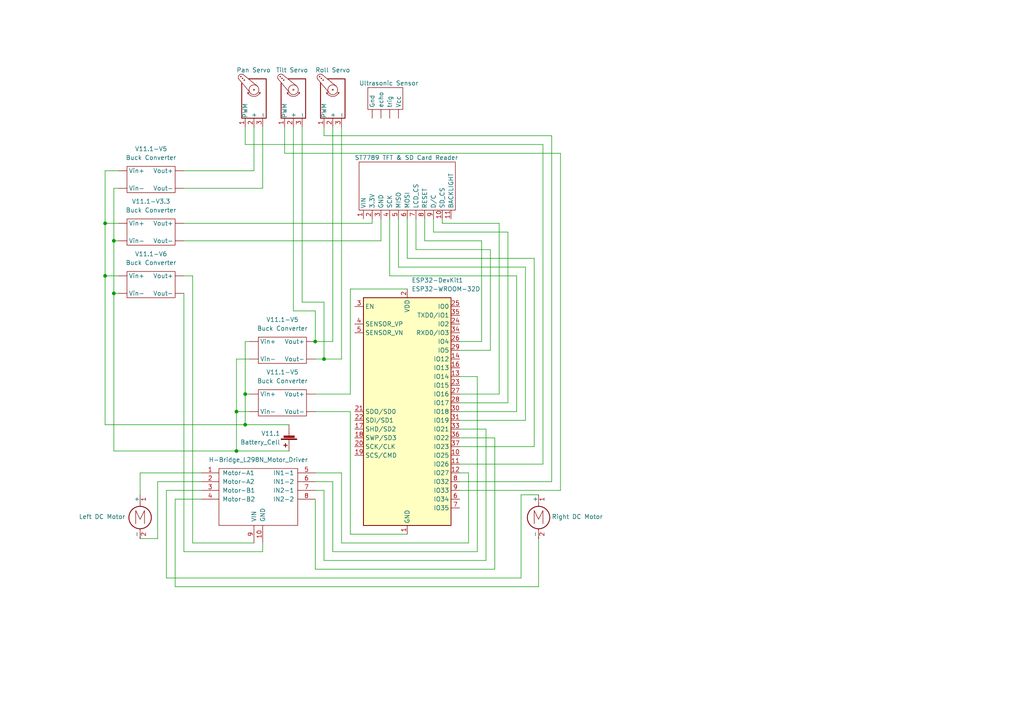
<source format=kicad_sch>
(kicad_sch (version 20211123) (generator eeschema)

  (uuid b41db70c-1c78-4e72-a76e-3aa4e38485c3)

  (paper "A4")

  (title_block
    (title "Edward's Parts")
    (date "2022-10-06")
  )

  (lib_symbols
    (symbol "Device:Battery_Cell" (pin_numbers hide) (pin_names (offset 0) hide) (in_bom yes) (on_board yes)
      (property "Reference" "BT" (id 0) (at 2.54 2.54 0)
        (effects (font (size 1.27 1.27)) (justify left))
      )
      (property "Value" "Battery_Cell" (id 1) (at 2.54 0 0)
        (effects (font (size 1.27 1.27)) (justify left))
      )
      (property "Footprint" "" (id 2) (at 0 1.524 90)
        (effects (font (size 1.27 1.27)) hide)
      )
      (property "Datasheet" "~" (id 3) (at 0 1.524 90)
        (effects (font (size 1.27 1.27)) hide)
      )
      (property "ki_keywords" "battery cell" (id 4) (at 0 0 0)
        (effects (font (size 1.27 1.27)) hide)
      )
      (property "ki_description" "Single-cell battery" (id 5) (at 0 0 0)
        (effects (font (size 1.27 1.27)) hide)
      )
      (symbol "Battery_Cell_0_1"
        (rectangle (start -2.286 1.778) (end 2.286 1.524)
          (stroke (width 0) (type default) (color 0 0 0 0))
          (fill (type outline))
        )
        (rectangle (start -1.5748 1.1938) (end 1.4732 0.6858)
          (stroke (width 0) (type default) (color 0 0 0 0))
          (fill (type outline))
        )
        (polyline
          (pts
            (xy 0 0.762)
            (xy 0 0)
          )
          (stroke (width 0) (type default) (color 0 0 0 0))
          (fill (type none))
        )
        (polyline
          (pts
            (xy 0 1.778)
            (xy 0 2.54)
          )
          (stroke (width 0) (type default) (color 0 0 0 0))
          (fill (type none))
        )
        (polyline
          (pts
            (xy 0.508 3.429)
            (xy 1.524 3.429)
          )
          (stroke (width 0.254) (type default) (color 0 0 0 0))
          (fill (type none))
        )
        (polyline
          (pts
            (xy 1.016 3.937)
            (xy 1.016 2.921)
          )
          (stroke (width 0.254) (type default) (color 0 0 0 0))
          (fill (type none))
        )
      )
      (symbol "Battery_Cell_1_1"
        (pin passive line (at 0 5.08 270) (length 2.54)
          (name "+" (effects (font (size 1.27 1.27))))
          (number "1" (effects (font (size 1.27 1.27))))
        )
        (pin passive line (at 0 -2.54 90) (length 2.54)
          (name "-" (effects (font (size 1.27 1.27))))
          (number "2" (effects (font (size 1.27 1.27))))
        )
      )
    )
    (symbol "LM3670MF_1" (in_bom yes) (on_board yes)
      (property "Reference" "U1" (id 0) (at 0 6.35 0)
        (effects (font (size 1.27 1.27)))
      )
      (property "Value" "Ultrasonic Sensor" (id 1) (at 0 3.81 0)
        (effects (font (size 1.27 1.27)))
      )
      (property "Footprint" "Package_TO_SOT_SMD:TSOT-23-5" (id 2) (at 1.27 -6.35 0)
        (effects (font (size 1.27 1.27)) (justify left) hide)
      )
      (property "Datasheet" "http://www.ti.com/lit/ds/symlink/lm3670.pdf" (id 3) (at -6.35 -8.89 0)
        (effects (font (size 1.27 1.27)) hide)
      )
      (property "ki_keywords" "DC-DC buck converter step down voltage regulator" (id 4) (at 0 0 0)
        (effects (font (size 1.27 1.27)) hide)
      )
      (property "ki_description" "Miniature Step-Down DC-DC Converter for Ultralow Voltage Circuits, 2.5V < Vin < 5.5V, adjustable output voltage, SOT-23-5" (id 5) (at 0 0 0)
        (effects (font (size 1.27 1.27)) hide)
      )
      (property "ki_fp_filters" "TSOT?23*" (id 6) (at 0 0 0)
        (effects (font (size 1.27 1.27)) hide)
      )
      (symbol "LM3670MF_1_0_1"
        (rectangle (start -5.08 2.54) (end 5.08 -3.81)
          (stroke (width 0) (type default) (color 0 0 0 0))
          (fill (type none))
        )
      )
      (symbol "LM3670MF_1_1_1"
        (pin input line (at -3.81 -6.35 90) (length 2.54)
          (name "Gnd" (effects (font (size 1.27 1.27))))
          (number "" (effects (font (size 1.27 1.27))))
        )
        (pin input line (at 3.81 -6.35 90) (length 2.54)
          (name "Vcc" (effects (font (size 1.27 1.27))))
          (number "" (effects (font (size 1.27 1.27))))
        )
        (pin output line (at -1.27 -6.35 90) (length 2.54)
          (name "echo" (effects (font (size 1.27 1.27))))
          (number "" (effects (font (size 1.27 1.27))))
        )
        (pin input line (at 1.27 -6.35 90) (length 2.54)
          (name "trig" (effects (font (size 1.27 1.27))))
          (number "" (effects (font (size 1.27 1.27))))
        )
      )
    )
    (symbol "Motor:Motor_DC" (pin_names (offset 0)) (in_bom yes) (on_board yes)
      (property "Reference" "M" (id 0) (at 2.54 2.54 0)
        (effects (font (size 1.27 1.27)) (justify left))
      )
      (property "Value" "Motor_DC" (id 1) (at 2.54 -5.08 0)
        (effects (font (size 1.27 1.27)) (justify left top))
      )
      (property "Footprint" "" (id 2) (at 0 -2.286 0)
        (effects (font (size 1.27 1.27)) hide)
      )
      (property "Datasheet" "~" (id 3) (at 0 -2.286 0)
        (effects (font (size 1.27 1.27)) hide)
      )
      (property "ki_keywords" "DC Motor" (id 4) (at 0 0 0)
        (effects (font (size 1.27 1.27)) hide)
      )
      (property "ki_description" "DC Motor" (id 5) (at 0 0 0)
        (effects (font (size 1.27 1.27)) hide)
      )
      (property "ki_fp_filters" "PinHeader*P2.54mm* TerminalBlock*" (id 6) (at 0 0 0)
        (effects (font (size 1.27 1.27)) hide)
      )
      (symbol "Motor_DC_0_0"
        (polyline
          (pts
            (xy -1.27 -3.302)
            (xy -1.27 0.508)
            (xy 0 -2.032)
            (xy 1.27 0.508)
            (xy 1.27 -3.302)
          )
          (stroke (width 0) (type default) (color 0 0 0 0))
          (fill (type none))
        )
      )
      (symbol "Motor_DC_0_1"
        (circle (center 0 -1.524) (radius 3.2512)
          (stroke (width 0.254) (type default) (color 0 0 0 0))
          (fill (type none))
        )
        (polyline
          (pts
            (xy 0 -7.62)
            (xy 0 -7.112)
          )
          (stroke (width 0) (type default) (color 0 0 0 0))
          (fill (type none))
        )
        (polyline
          (pts
            (xy 0 -4.7752)
            (xy 0 -5.1816)
          )
          (stroke (width 0) (type default) (color 0 0 0 0))
          (fill (type none))
        )
        (polyline
          (pts
            (xy 0 1.7272)
            (xy 0 2.0828)
          )
          (stroke (width 0) (type default) (color 0 0 0 0))
          (fill (type none))
        )
        (polyline
          (pts
            (xy 0 2.032)
            (xy 0 2.54)
          )
          (stroke (width 0) (type default) (color 0 0 0 0))
          (fill (type none))
        )
      )
      (symbol "Motor_DC_1_1"
        (pin passive line (at 0 5.08 270) (length 2.54)
          (name "+" (effects (font (size 1.27 1.27))))
          (number "1" (effects (font (size 1.27 1.27))))
        )
        (pin passive line (at 0 -7.62 90) (length 2.54)
          (name "-" (effects (font (size 1.27 1.27))))
          (number "2" (effects (font (size 1.27 1.27))))
        )
      )
    )
    (symbol "Motor:Motor_Servo" (pin_names (offset 0.0254)) (in_bom yes) (on_board yes)
      (property "Reference" "M" (id 0) (at -5.08 4.445 0)
        (effects (font (size 1.27 1.27)) (justify left))
      )
      (property "Value" "Motor_Servo" (id 1) (at -5.08 -4.064 0)
        (effects (font (size 1.27 1.27)) (justify left top))
      )
      (property "Footprint" "" (id 2) (at 0 -4.826 0)
        (effects (font (size 1.27 1.27)) hide)
      )
      (property "Datasheet" "http://forums.parallax.com/uploads/attachments/46831/74481.png" (id 3) (at 0 -4.826 0)
        (effects (font (size 1.27 1.27)) hide)
      )
      (property "ki_keywords" "Servo Motor" (id 4) (at 0 0 0)
        (effects (font (size 1.27 1.27)) hide)
      )
      (property "ki_description" "Servo Motor (Futaba, HiTec, JR connector)" (id 5) (at 0 0 0)
        (effects (font (size 1.27 1.27)) hide)
      )
      (property "ki_fp_filters" "PinHeader*P2.54mm*" (id 6) (at 0 0 0)
        (effects (font (size 1.27 1.27)) hide)
      )
      (symbol "Motor_Servo_0_1"
        (polyline
          (pts
            (xy 2.413 -1.778)
            (xy 2.032 -1.778)
          )
          (stroke (width 0) (type default) (color 0 0 0 0))
          (fill (type none))
        )
        (polyline
          (pts
            (xy 2.413 -1.778)
            (xy 2.286 -1.397)
          )
          (stroke (width 0) (type default) (color 0 0 0 0))
          (fill (type none))
        )
        (polyline
          (pts
            (xy 2.413 1.778)
            (xy 1.905 1.778)
          )
          (stroke (width 0) (type default) (color 0 0 0 0))
          (fill (type none))
        )
        (polyline
          (pts
            (xy 2.413 1.778)
            (xy 2.286 1.397)
          )
          (stroke (width 0) (type default) (color 0 0 0 0))
          (fill (type none))
        )
        (polyline
          (pts
            (xy 6.35 4.445)
            (xy 2.54 1.27)
          )
          (stroke (width 0) (type default) (color 0 0 0 0))
          (fill (type none))
        )
        (polyline
          (pts
            (xy 7.62 3.175)
            (xy 4.191 -1.016)
          )
          (stroke (width 0) (type default) (color 0 0 0 0))
          (fill (type none))
        )
        (polyline
          (pts
            (xy 5.08 3.556)
            (xy -5.08 3.556)
            (xy -5.08 -3.556)
            (xy 6.35 -3.556)
            (xy 6.35 1.524)
          )
          (stroke (width 0.254) (type default) (color 0 0 0 0))
          (fill (type none))
        )
        (arc (start 2.413 1.778) (mid 1.2406 0) (end 2.413 -1.778)
          (stroke (width 0) (type default) (color 0 0 0 0))
          (fill (type none))
        )
        (circle (center 3.175 0) (radius 0.1778)
          (stroke (width 0) (type default) (color 0 0 0 0))
          (fill (type none))
        )
        (circle (center 3.175 0) (radius 1.4224)
          (stroke (width 0) (type default) (color 0 0 0 0))
          (fill (type none))
        )
        (circle (center 5.969 2.794) (radius 0.127)
          (stroke (width 0) (type default) (color 0 0 0 0))
          (fill (type none))
        )
        (circle (center 6.477 3.302) (radius 0.127)
          (stroke (width 0) (type default) (color 0 0 0 0))
          (fill (type none))
        )
        (circle (center 6.985 3.81) (radius 0.127)
          (stroke (width 0) (type default) (color 0 0 0 0))
          (fill (type none))
        )
        (arc (start 7.62 3.175) (mid 7.4485 4.2735) (end 6.35 4.445)
          (stroke (width 0) (type default) (color 0 0 0 0))
          (fill (type none))
        )
      )
      (symbol "Motor_Servo_1_1"
        (pin passive line (at -7.62 2.54 0) (length 2.54)
          (name "PWM" (effects (font (size 1.27 1.27))))
          (number "1" (effects (font (size 1.27 1.27))))
        )
        (pin passive line (at -7.62 0 0) (length 2.54)
          (name "+" (effects (font (size 1.27 1.27))))
          (number "2" (effects (font (size 1.27 1.27))))
        )
        (pin passive line (at -7.62 -2.54 0) (length 2.54)
          (name "-" (effects (font (size 1.27 1.27))))
          (number "3" (effects (font (size 1.27 1.27))))
        )
      )
    )
    (symbol "RF_Module:ESP32-WROOM-32D" (in_bom yes) (on_board yes)
      (property "Reference" "U" (id 0) (at -12.7 34.29 0)
        (effects (font (size 1.27 1.27)) (justify left))
      )
      (property "Value" "ESP32-WROOM-32D" (id 1) (at 1.27 34.29 0)
        (effects (font (size 1.27 1.27)) (justify left))
      )
      (property "Footprint" "RF_Module:ESP32-WROOM-32" (id 2) (at 0 -38.1 0)
        (effects (font (size 1.27 1.27)) hide)
      )
      (property "Datasheet" "https://www.espressif.com/sites/default/files/documentation/esp32-wroom-32d_esp32-wroom-32u_datasheet_en.pdf" (id 3) (at -7.62 1.27 0)
        (effects (font (size 1.27 1.27)) hide)
      )
      (property "ki_keywords" "RF Radio BT ESP ESP32 Espressif onboard PCB antenna" (id 4) (at 0 0 0)
        (effects (font (size 1.27 1.27)) hide)
      )
      (property "ki_description" "RF Module, ESP32-D0WD SoC, Wi-Fi 802.11b/g/n, Bluetooth, BLE, 32-bit, 2.7-3.6V, onboard antenna, SMD" (id 5) (at 0 0 0)
        (effects (font (size 1.27 1.27)) hide)
      )
      (property "ki_fp_filters" "ESP32?WROOM?32*" (id 6) (at 0 0 0)
        (effects (font (size 1.27 1.27)) hide)
      )
      (symbol "ESP32-WROOM-32D_0_1"
        (rectangle (start -12.7 33.02) (end 12.7 -33.02)
          (stroke (width 0.254) (type default) (color 0 0 0 0))
          (fill (type background))
        )
      )
      (symbol "ESP32-WROOM-32D_1_1"
        (pin power_in line (at 0 -35.56 90) (length 2.54)
          (name "GND" (effects (font (size 1.27 1.27))))
          (number "1" (effects (font (size 1.27 1.27))))
        )
        (pin bidirectional line (at 15.24 -12.7 180) (length 2.54)
          (name "IO25" (effects (font (size 1.27 1.27))))
          (number "10" (effects (font (size 1.27 1.27))))
        )
        (pin bidirectional line (at 15.24 -15.24 180) (length 2.54)
          (name "IO26" (effects (font (size 1.27 1.27))))
          (number "11" (effects (font (size 1.27 1.27))))
        )
        (pin bidirectional line (at 15.24 -17.78 180) (length 2.54)
          (name "IO27" (effects (font (size 1.27 1.27))))
          (number "12" (effects (font (size 1.27 1.27))))
        )
        (pin bidirectional line (at 15.24 10.16 180) (length 2.54)
          (name "IO14" (effects (font (size 1.27 1.27))))
          (number "13" (effects (font (size 1.27 1.27))))
        )
        (pin bidirectional line (at 15.24 15.24 180) (length 2.54)
          (name "IO12" (effects (font (size 1.27 1.27))))
          (number "14" (effects (font (size 1.27 1.27))))
        )
        (pin passive line (at 0 -35.56 90) (length 2.54) hide
          (name "GND" (effects (font (size 1.27 1.27))))
          (number "15" (effects (font (size 1.27 1.27))))
        )
        (pin bidirectional line (at 15.24 12.7 180) (length 2.54)
          (name "IO13" (effects (font (size 1.27 1.27))))
          (number "16" (effects (font (size 1.27 1.27))))
        )
        (pin bidirectional line (at -15.24 -5.08 0) (length 2.54)
          (name "SHD/SD2" (effects (font (size 1.27 1.27))))
          (number "17" (effects (font (size 1.27 1.27))))
        )
        (pin bidirectional line (at -15.24 -7.62 0) (length 2.54)
          (name "SWP/SD3" (effects (font (size 1.27 1.27))))
          (number "18" (effects (font (size 1.27 1.27))))
        )
        (pin bidirectional line (at -15.24 -12.7 0) (length 2.54)
          (name "SCS/CMD" (effects (font (size 1.27 1.27))))
          (number "19" (effects (font (size 1.27 1.27))))
        )
        (pin power_in line (at 0 35.56 270) (length 2.54)
          (name "VDD" (effects (font (size 1.27 1.27))))
          (number "2" (effects (font (size 1.27 1.27))))
        )
        (pin bidirectional line (at -15.24 -10.16 0) (length 2.54)
          (name "SCK/CLK" (effects (font (size 1.27 1.27))))
          (number "20" (effects (font (size 1.27 1.27))))
        )
        (pin bidirectional line (at -15.24 0 0) (length 2.54)
          (name "SDO/SD0" (effects (font (size 1.27 1.27))))
          (number "21" (effects (font (size 1.27 1.27))))
        )
        (pin bidirectional line (at -15.24 -2.54 0) (length 2.54)
          (name "SDI/SD1" (effects (font (size 1.27 1.27))))
          (number "22" (effects (font (size 1.27 1.27))))
        )
        (pin bidirectional line (at 15.24 7.62 180) (length 2.54)
          (name "IO15" (effects (font (size 1.27 1.27))))
          (number "23" (effects (font (size 1.27 1.27))))
        )
        (pin bidirectional line (at 15.24 25.4 180) (length 2.54)
          (name "IO2" (effects (font (size 1.27 1.27))))
          (number "24" (effects (font (size 1.27 1.27))))
        )
        (pin bidirectional line (at 15.24 30.48 180) (length 2.54)
          (name "IO0" (effects (font (size 1.27 1.27))))
          (number "25" (effects (font (size 1.27 1.27))))
        )
        (pin bidirectional line (at 15.24 20.32 180) (length 2.54)
          (name "IO4" (effects (font (size 1.27 1.27))))
          (number "26" (effects (font (size 1.27 1.27))))
        )
        (pin bidirectional line (at 15.24 5.08 180) (length 2.54)
          (name "IO16" (effects (font (size 1.27 1.27))))
          (number "27" (effects (font (size 1.27 1.27))))
        )
        (pin bidirectional line (at 15.24 2.54 180) (length 2.54)
          (name "IO17" (effects (font (size 1.27 1.27))))
          (number "28" (effects (font (size 1.27 1.27))))
        )
        (pin bidirectional line (at 15.24 17.78 180) (length 2.54)
          (name "IO5" (effects (font (size 1.27 1.27))))
          (number "29" (effects (font (size 1.27 1.27))))
        )
        (pin input line (at -15.24 30.48 0) (length 2.54)
          (name "EN" (effects (font (size 1.27 1.27))))
          (number "3" (effects (font (size 1.27 1.27))))
        )
        (pin bidirectional line (at 15.24 0 180) (length 2.54)
          (name "IO18" (effects (font (size 1.27 1.27))))
          (number "30" (effects (font (size 1.27 1.27))))
        )
        (pin bidirectional line (at 15.24 -2.54 180) (length 2.54)
          (name "IO19" (effects (font (size 1.27 1.27))))
          (number "31" (effects (font (size 1.27 1.27))))
        )
        (pin no_connect line (at -12.7 -27.94 0) (length 2.54) hide
          (name "NC" (effects (font (size 1.27 1.27))))
          (number "32" (effects (font (size 1.27 1.27))))
        )
        (pin bidirectional line (at 15.24 -5.08 180) (length 2.54)
          (name "IO21" (effects (font (size 1.27 1.27))))
          (number "33" (effects (font (size 1.27 1.27))))
        )
        (pin bidirectional line (at 15.24 22.86 180) (length 2.54)
          (name "RXD0/IO3" (effects (font (size 1.27 1.27))))
          (number "34" (effects (font (size 1.27 1.27))))
        )
        (pin bidirectional line (at 15.24 27.94 180) (length 2.54)
          (name "TXD0/IO1" (effects (font (size 1.27 1.27))))
          (number "35" (effects (font (size 1.27 1.27))))
        )
        (pin bidirectional line (at 15.24 -7.62 180) (length 2.54)
          (name "IO22" (effects (font (size 1.27 1.27))))
          (number "36" (effects (font (size 1.27 1.27))))
        )
        (pin bidirectional line (at 15.24 -10.16 180) (length 2.54)
          (name "IO23" (effects (font (size 1.27 1.27))))
          (number "37" (effects (font (size 1.27 1.27))))
        )
        (pin passive line (at 0 -35.56 90) (length 2.54) hide
          (name "GND" (effects (font (size 1.27 1.27))))
          (number "38" (effects (font (size 1.27 1.27))))
        )
        (pin passive line (at 0 -35.56 90) (length 2.54) hide
          (name "GND" (effects (font (size 1.27 1.27))))
          (number "39" (effects (font (size 1.27 1.27))))
        )
        (pin input line (at -15.24 25.4 0) (length 2.54)
          (name "SENSOR_VP" (effects (font (size 1.27 1.27))))
          (number "4" (effects (font (size 1.27 1.27))))
        )
        (pin input line (at -15.24 22.86 0) (length 2.54)
          (name "SENSOR_VN" (effects (font (size 1.27 1.27))))
          (number "5" (effects (font (size 1.27 1.27))))
        )
        (pin input line (at 15.24 -25.4 180) (length 2.54)
          (name "IO34" (effects (font (size 1.27 1.27))))
          (number "6" (effects (font (size 1.27 1.27))))
        )
        (pin input line (at 15.24 -27.94 180) (length 2.54)
          (name "IO35" (effects (font (size 1.27 1.27))))
          (number "7" (effects (font (size 1.27 1.27))))
        )
        (pin bidirectional line (at 15.24 -20.32 180) (length 2.54)
          (name "IO32" (effects (font (size 1.27 1.27))))
          (number "8" (effects (font (size 1.27 1.27))))
        )
        (pin bidirectional line (at 15.24 -22.86 180) (length 2.54)
          (name "IO33" (effects (font (size 1.27 1.27))))
          (number "9" (effects (font (size 1.27 1.27))))
        )
      )
    )
    (symbol "Regulator_Switching:LM3670MF" (in_bom yes) (on_board yes)
      (property "Reference" "B1" (id 0) (at 1.27 7.62 0)
        (effects (font (size 1.27 1.27)))
      )
      (property "Value" "Buck Converter" (id 1) (at 2.54 5.08 0)
        (effects (font (size 1.27 1.27)))
      )
      (property "Footprint" "Package_TO_SOT_SMD:TSOT-23-5" (id 2) (at 1.27 -6.35 0)
        (effects (font (size 1.27 1.27)) (justify left) hide)
      )
      (property "Datasheet" "http://www.ti.com/lit/ds/symlink/lm3670.pdf" (id 3) (at -6.35 -8.89 0)
        (effects (font (size 1.27 1.27)) hide)
      )
      (property "ki_keywords" "DC-DC buck converter step down voltage regulator" (id 4) (at 0 0 0)
        (effects (font (size 1.27 1.27)) hide)
      )
      (property "ki_description" "Miniature Step-Down DC-DC Converter for Ultralow Voltage Circuits, 2.5V < Vin < 5.5V, adjustable output voltage, SOT-23-5" (id 5) (at 0 0 0)
        (effects (font (size 1.27 1.27)) hide)
      )
      (property "ki_fp_filters" "TSOT?23*" (id 6) (at 0 0 0)
        (effects (font (size 1.27 1.27)) hide)
      )
      (symbol "LM3670MF_0_1"
        (rectangle (start -5.08 3.81) (end 8.89 -3.81)
          (stroke (width 0) (type default) (color 0 0 0 0))
          (fill (type none))
        )
      )
      (symbol "LM3670MF_1_1"
        (pin input line (at -7.62 2.54 0) (length 2.54)
          (name "Vin+" (effects (font (size 1.27 1.27))))
          (number "" (effects (font (size 1.27 1.27))))
        )
        (pin input line (at -7.62 -2.54 0) (length 2.54)
          (name "Vin-" (effects (font (size 1.27 1.27))))
          (number "" (effects (font (size 1.27 1.27))))
        )
        (pin output line (at 11.43 2.54 180) (length 2.54)
          (name "Vout+" (effects (font (size 1.27 1.27))))
          (number "" (effects (font (size 1.27 1.27))))
        )
        (pin output line (at 11.43 -2.54 180) (length 2.54)
          (name "Vout-" (effects (font (size 1.27 1.27))))
          (number "" (effects (font (size 1.27 1.27))))
        )
      )
    )
    (symbol "my components:H-Bridge_L298N_Motor_Driver" (pin_names (offset 1.016)) (in_bom yes) (on_board yes)
      (property "Reference" "U?" (id 0) (at 0 20.32 0)
        (effects (font (size 1.27 1.27)) (justify right) hide)
      )
      (property "Value" "H-Bridge_L298N_Motor_Driver" (id 1) (at 0 19.05 0)
        (effects (font (size 1.27 1.27)))
      )
      (property "Footprint" "Package_QFP:TQFP-44_10x10mm_P0.8mm" (id 2) (at -19.05 27.94 0)
        (effects (font (size 1.27 1.27)) (justify left) hide)
      )
      (property "Datasheet" "http://ww1.microchip.com/downloads/en/DeviceDoc/60001168F.pdf" (id 3) (at 0 25.4 0)
        (effects (font (size 1.27 1.27)) hide)
      )
      (property "ki_keywords" "Microchip PIC32 Microcontroller MIPS" (id 4) (at 0 0 0)
        (effects (font (size 1.27 1.27)) hide)
      )
      (property "ki_description" "32-bit Microcontrollers (16KB Flash and 4KB SRAM TQFP-44) with Audio and Graphics Interfaces, USB, and Advanced Analog" (id 5) (at 0 0 0)
        (effects (font (size 1.27 1.27)) hide)
      )
      (property "ki_fp_filters" "TQFP*10x10mm*P0.8mm*" (id 6) (at 0 0 0)
        (effects (font (size 1.27 1.27)) hide)
      )
      (symbol "H-Bridge_L298N_Motor_Driver_0_1"
        (rectangle (start -11.43 16.51) (end 11.43 0)
          (stroke (width 0) (type default) (color 0 0 0 0))
          (fill (type none))
        )
      )
      (symbol "H-Bridge_L298N_Motor_Driver_1_1"
        (pin output line (at -16.51 15.24 0) (length 5.08)
          (name "Motor-A1" (effects (font (size 1.27 1.27))))
          (number "1" (effects (font (size 1.27 1.27))))
        )
        (pin input line (at 1.27 -5.08 90) (length 5.08)
          (name "GND" (effects (font (size 1.27 1.27))))
          (number "10" (effects (font (size 1.27 1.27))))
        )
        (pin output line (at -16.51 12.7 0) (length 5.08)
          (name "Motor-A2" (effects (font (size 1.27 1.27))))
          (number "2" (effects (font (size 1.27 1.27))))
        )
        (pin output line (at -16.51 10.16 0) (length 5.08)
          (name "Motor-B1" (effects (font (size 1.27 1.27))))
          (number "3" (effects (font (size 1.27 1.27))))
        )
        (pin output line (at -16.51 7.62 0) (length 5.08)
          (name "Motor-B2" (effects (font (size 1.27 1.27))))
          (number "4" (effects (font (size 1.27 1.27))))
        )
        (pin input line (at 16.51 15.24 180) (length 5.08)
          (name "IN1-1" (effects (font (size 1.27 1.27))))
          (number "5" (effects (font (size 1.27 1.27))))
        )
        (pin input line (at 16.51 12.7 180) (length 5.08)
          (name "IN1-2" (effects (font (size 1.27 1.27))))
          (number "6" (effects (font (size 1.27 1.27))))
        )
        (pin input line (at 16.51 10.16 180) (length 5.08)
          (name "IN2-1" (effects (font (size 1.27 1.27))))
          (number "7" (effects (font (size 1.27 1.27))))
        )
        (pin input line (at 16.51 7.62 180) (length 5.08)
          (name "IN2-2" (effects (font (size 1.27 1.27))))
          (number "8" (effects (font (size 1.27 1.27))))
        )
        (pin input line (at -1.27 -5.08 90) (length 5.08)
          (name "VIN" (effects (font (size 1.27 1.27))))
          (number "9" (effects (font (size 1.27 1.27))))
        )
      )
    )
    (symbol "my components:ST7789 TFT & SD Card Reader" (in_bom yes) (on_board yes)
      (property "Reference" "U" (id 0) (at 0 16.51 0)
        (effects (font (size 1.27 1.27)) hide)
      )
      (property "Value" "ST7789 TFT & SD Card Reader" (id 1) (at -15.24 13.97 0)
        (effects (font (size 1.27 1.27)) (justify left))
      )
      (property "Footprint" "Display_7Segment:DE113-XX-XX" (id 2) (at 2.54 21.59 0)
        (effects (font (size 1.27 1.27)) hide)
      )
      (property "Datasheet" "http://www.display-elektronik.de/filter/DE113-MS-20_75.pdf" (id 3) (at 2.54 19.05 0)
        (effects (font (size 1.27 1.27)) hide)
      )
      (property "ki_keywords" "display LCD 7-segment" (id 4) (at 0 0 0)
        (effects (font (size 1.27 1.27)) hide)
      )
      (property "ki_description" "3 and half digit 7 segment transmissive standard LCD with LO BAT, pin length 7.5mm, -20°C to +70°C, 3V-5V VDD" (id 5) (at 0 0 0)
        (effects (font (size 1.27 1.27)) hide)
      )
      (property "ki_fp_filters" "*DE*113*" (id 6) (at 0 0 0)
        (effects (font (size 1.27 1.27)) hide)
      )
      (symbol "ST7789 TFT & SD Card Reader_0_0"
        (rectangle (start -13.97 12.7) (end 13.97 -1.27)
          (stroke (width 0) (type default) (color 0 0 0 0))
          (fill (type none))
        )
      )
      (symbol "ST7789 TFT & SD Card Reader_1_1"
        (pin input line (at -12.7 -3.81 90) (length 2.54)
          (name "VIN" (effects (font (size 1.27 1.27))))
          (number "1" (effects (font (size 1.27 1.27))))
        )
        (pin input line (at 10.16 -3.81 90) (length 2.54)
          (name "SD_CS" (effects (font (size 1.27 1.27))))
          (number "10" (effects (font (size 1.27 1.27))))
        )
        (pin input line (at 12.7 -3.81 90) (length 2.54)
          (name "BACKLIGHT" (effects (font (size 1.27 1.27))))
          (number "11" (effects (font (size 1.27 1.27))))
        )
        (pin input line (at -10.16 -3.81 90) (length 2.54)
          (name "3.3V" (effects (font (size 1.27 1.27))))
          (number "2" (effects (font (size 1.27 1.27))))
        )
        (pin input line (at -7.62 -3.81 90) (length 2.54)
          (name "GND" (effects (font (size 1.27 1.27))))
          (number "3" (effects (font (size 1.27 1.27))))
        )
        (pin input line (at -5.08 -3.81 90) (length 2.54)
          (name "SCK" (effects (font (size 1.27 1.27))))
          (number "4" (effects (font (size 1.27 1.27))))
        )
        (pin input line (at -2.54 -3.81 90) (length 2.54)
          (name "MISO" (effects (font (size 1.27 1.27))))
          (number "5" (effects (font (size 1.27 1.27))))
        )
        (pin input line (at 0 -3.81 90) (length 2.54)
          (name "MOSI" (effects (font (size 1.27 1.27))))
          (number "6" (effects (font (size 1.27 1.27))))
        )
        (pin input line (at 2.54 -3.81 90) (length 2.54)
          (name "LCD_CS" (effects (font (size 1.27 1.27))))
          (number "7" (effects (font (size 1.27 1.27))))
        )
        (pin input line (at 5.08 -3.81 90) (length 2.54)
          (name "RESET" (effects (font (size 1.27 1.27))))
          (number "8" (effects (font (size 1.27 1.27))))
        )
        (pin input line (at 7.62 -3.81 90) (length 2.54)
          (name "D/C" (effects (font (size 1.27 1.27))))
          (number "9" (effects (font (size 1.27 1.27))))
        )
      )
    )
  )

  (junction (at 71.12 114.3) (diameter 0) (color 0 0 0 0)
    (uuid 0c3933a5-f7b8-4613-b88f-042795b9a41c)
  )
  (junction (at 33.02 85.09) (diameter 0) (color 0 0 0 0)
    (uuid 3b6bfe8e-4587-4564-8cf8-e6c6f157457a)
  )
  (junction (at 91.44 99.06) (diameter 0) (color 0 0 0 0)
    (uuid 44c6919f-0c0a-451d-995a-bf40a4cbe694)
  )
  (junction (at 93.98 104.14) (diameter 0) (color 0 0 0 0)
    (uuid 6704f655-0aa0-441b-8543-63c5234107d3)
  )
  (junction (at 30.48 64.77) (diameter 0) (color 0 0 0 0)
    (uuid a11f0f0d-28e0-4e89-919f-409cc56c0375)
  )
  (junction (at 71.12 123.19) (diameter 0) (color 0 0 0 0)
    (uuid a2d7846b-2f2f-492e-8995-3fa807ad198c)
  )
  (junction (at 33.02 69.85) (diameter 0) (color 0 0 0 0)
    (uuid a82fd367-6f47-46c4-bbff-b55201b6a828)
  )
  (junction (at 68.58 130.81) (diameter 0) (color 0 0 0 0)
    (uuid c6aa8959-c60d-49de-9722-8f5b8669d000)
  )
  (junction (at 68.58 119.38) (diameter 0) (color 0 0 0 0)
    (uuid ee9902c6-20ca-4dca-95eb-3f40d2a14996)
  )
  (junction (at 30.48 80.01) (diameter 0) (color 0 0 0 0)
    (uuid f7f54a72-bb4a-4f49-9188-ff0a97ace294)
  )

  (wire (pts (xy 147.32 116.84) (xy 133.35 116.84))
    (stroke (width 0) (type default) (color 0 0 0 0))
    (uuid 02682287-6366-4762-b49b-73b6a758e83f)
  )
  (wire (pts (xy 101.6 119.38) (xy 101.6 154.94))
    (stroke (width 0) (type default) (color 0 0 0 0))
    (uuid 02e6e634-dd34-4ed0-a5b7-4b76f1829a0a)
  )
  (wire (pts (xy 33.02 69.85) (xy 33.02 85.09))
    (stroke (width 0) (type default) (color 0 0 0 0))
    (uuid 030dcb3a-4cac-4960-b333-d2d24702ff55)
  )
  (wire (pts (xy 157.48 41.91) (xy 157.48 134.62))
    (stroke (width 0) (type default) (color 0 0 0 0))
    (uuid 0bd41b77-7889-420e-b06c-8a52c79ae151)
  )
  (wire (pts (xy 76.2 54.61) (xy 53.34 54.61))
    (stroke (width 0) (type default) (color 0 0 0 0))
    (uuid 0c24f7ae-58a2-4109-8547-59cd7a9c31db)
  )
  (wire (pts (xy 151.13 143.51) (xy 156.21 143.51))
    (stroke (width 0) (type default) (color 0 0 0 0))
    (uuid 0d109f39-d974-4eb2-bf6b-a25488811610)
  )
  (wire (pts (xy 128.27 64.77) (xy 144.78 64.77))
    (stroke (width 0) (type default) (color 0 0 0 0))
    (uuid 11a34f29-1721-4a66-bc91-a71eaf7d998b)
  )
  (wire (pts (xy 120.65 63.5) (xy 120.65 72.39))
    (stroke (width 0) (type default) (color 0 0 0 0))
    (uuid 1684c8de-5c04-46c5-8380-ff1d095d9779)
  )
  (wire (pts (xy 139.7 69.85) (xy 139.7 99.06))
    (stroke (width 0) (type default) (color 0 0 0 0))
    (uuid 179f572f-f2ed-4051-85d9-6f23ea80d210)
  )
  (wire (pts (xy 91.44 139.7) (xy 96.52 139.7))
    (stroke (width 0) (type default) (color 0 0 0 0))
    (uuid 19a0c0f9-42cf-48bf-ada9-1a04a77a2131)
  )
  (wire (pts (xy 147.32 67.31) (xy 147.32 116.84))
    (stroke (width 0) (type default) (color 0 0 0 0))
    (uuid 1a95332a-d65a-48cf-ad16-4808892a8be3)
  )
  (wire (pts (xy 76.2 36.83) (xy 76.2 54.61))
    (stroke (width 0) (type default) (color 0 0 0 0))
    (uuid 1d26d058-f048-4601-b043-0f8156d4dcfb)
  )
  (wire (pts (xy 118.11 63.5) (xy 118.11 74.93))
    (stroke (width 0) (type default) (color 0 0 0 0))
    (uuid 1eb67853-b099-4c0b-8c20-d0422b4376c9)
  )
  (wire (pts (xy 50.8 144.78) (xy 50.8 170.18))
    (stroke (width 0) (type default) (color 0 0 0 0))
    (uuid 23da7f90-0113-435f-928e-4baeb54273c1)
  )
  (wire (pts (xy 55.88 157.48) (xy 55.88 80.01))
    (stroke (width 0) (type default) (color 0 0 0 0))
    (uuid 24050c76-6ddb-43b3-a059-082ca11ad711)
  )
  (wire (pts (xy 76.2 160.02) (xy 76.2 157.48))
    (stroke (width 0) (type default) (color 0 0 0 0))
    (uuid 259c8ee0-4097-44d6-8f79-5b97b89c2249)
  )
  (wire (pts (xy 156.21 170.18) (xy 156.21 156.21))
    (stroke (width 0) (type default) (color 0 0 0 0))
    (uuid 293573c7-2430-4b7f-be77-bb8810eefef2)
  )
  (wire (pts (xy 82.55 36.83) (xy 82.55 44.45))
    (stroke (width 0) (type default) (color 0 0 0 0))
    (uuid 295932de-79e7-4675-89be-25269af96439)
  )
  (wire (pts (xy 101.6 83.82) (xy 118.11 83.82))
    (stroke (width 0) (type default) (color 0 0 0 0))
    (uuid 2a12158a-294f-42ea-aa88-51ac6da46724)
  )
  (wire (pts (xy 96.52 99.06) (xy 91.44 99.06))
    (stroke (width 0) (type default) (color 0 0 0 0))
    (uuid 2b887df6-7dc9-4cfb-8100-48ab7db3091e)
  )
  (wire (pts (xy 125.73 63.5) (xy 125.73 67.31))
    (stroke (width 0) (type default) (color 0 0 0 0))
    (uuid 30062a10-ca90-46c0-9446-be1fca3bd29d)
  )
  (wire (pts (xy 143.51 165.1) (xy 143.51 127))
    (stroke (width 0) (type default) (color 0 0 0 0))
    (uuid 34791a11-5474-4d80-a3c3-aaf8cd0fbce1)
  )
  (wire (pts (xy 30.48 64.77) (xy 34.29 64.77))
    (stroke (width 0) (type default) (color 0 0 0 0))
    (uuid 391fa6e9-be91-44b4-a569-d25f07b09621)
  )
  (wire (pts (xy 33.02 85.09) (xy 34.29 85.09))
    (stroke (width 0) (type default) (color 0 0 0 0))
    (uuid 3c0a2c2a-2889-4b2d-a9c4-706248e7ec69)
  )
  (wire (pts (xy 71.12 123.19) (xy 71.12 114.3))
    (stroke (width 0) (type default) (color 0 0 0 0))
    (uuid 3c47b7df-695c-48b4-889d-e76fa9fab31e)
  )
  (wire (pts (xy 101.6 154.94) (xy 118.11 154.94))
    (stroke (width 0) (type default) (color 0 0 0 0))
    (uuid 3c85310c-96ae-42cb-8c58-ff9af501f3bd)
  )
  (wire (pts (xy 50.8 170.18) (xy 156.21 170.18))
    (stroke (width 0) (type default) (color 0 0 0 0))
    (uuid 3dd8578a-eacf-46b3-99b1-76bf51357bea)
  )
  (wire (pts (xy 91.44 137.16) (xy 99.06 137.16))
    (stroke (width 0) (type default) (color 0 0 0 0))
    (uuid 3fe9226e-55d4-40c3-9823-789d54d27c0d)
  )
  (wire (pts (xy 93.98 104.14) (xy 91.44 104.14))
    (stroke (width 0) (type default) (color 0 0 0 0))
    (uuid 4005e839-fe3a-4e04-9eac-66f86c55dac7)
  )
  (wire (pts (xy 53.34 85.09) (xy 53.34 160.02))
    (stroke (width 0) (type default) (color 0 0 0 0))
    (uuid 41547e14-c81a-4a30-aef2-f50ab602800f)
  )
  (wire (pts (xy 149.86 80.01) (xy 149.86 119.38))
    (stroke (width 0) (type default) (color 0 0 0 0))
    (uuid 451f8c45-922c-42a6-8d68-14f1e89d97a8)
  )
  (wire (pts (xy 162.56 44.45) (xy 162.56 142.24))
    (stroke (width 0) (type default) (color 0 0 0 0))
    (uuid 45de5c9f-8c26-4f8d-9bce-825ce32a0494)
  )
  (wire (pts (xy 128.27 63.5) (xy 128.27 64.77))
    (stroke (width 0) (type default) (color 0 0 0 0))
    (uuid 463cddc8-a794-4818-ad1d-5e268729f63d)
  )
  (wire (pts (xy 142.24 72.39) (xy 142.24 101.6))
    (stroke (width 0) (type default) (color 0 0 0 0))
    (uuid 4652fceb-77f9-4211-9c1e-525a875a7814)
  )
  (wire (pts (xy 30.48 64.77) (xy 30.48 80.01))
    (stroke (width 0) (type default) (color 0 0 0 0))
    (uuid 47487949-2f01-4030-8f97-c591b81e0f4b)
  )
  (wire (pts (xy 110.49 63.5) (xy 110.49 69.85))
    (stroke (width 0) (type default) (color 0 0 0 0))
    (uuid 481cf75b-b02b-485a-8d72-c3d878d820d6)
  )
  (wire (pts (xy 91.44 165.1) (xy 143.51 165.1))
    (stroke (width 0) (type default) (color 0 0 0 0))
    (uuid 495a7457-a32b-44e1-a26c-3556a0cca8f9)
  )
  (wire (pts (xy 152.4 121.92) (xy 133.35 121.92))
    (stroke (width 0) (type default) (color 0 0 0 0))
    (uuid 4a150f22-9438-4cb1-bd71-4252a81ac112)
  )
  (wire (pts (xy 85.09 90.17) (xy 91.44 90.17))
    (stroke (width 0) (type default) (color 0 0 0 0))
    (uuid 4b5c3b49-ab75-4822-8d77-8fd966cf96cb)
  )
  (wire (pts (xy 93.98 36.83) (xy 93.98 39.37))
    (stroke (width 0) (type default) (color 0 0 0 0))
    (uuid 4f0f3935-4489-46fc-a14d-ca05fbbcbe3f)
  )
  (wire (pts (xy 99.06 104.14) (xy 93.98 104.14))
    (stroke (width 0) (type default) (color 0 0 0 0))
    (uuid 507e2799-8936-4320-88b1-36d158deff88)
  )
  (wire (pts (xy 96.52 36.83) (xy 96.52 99.06))
    (stroke (width 0) (type default) (color 0 0 0 0))
    (uuid 517aff41-6a9a-44ed-85ab-c722bce9b7b3)
  )
  (wire (pts (xy 118.11 74.93) (xy 154.94 74.93))
    (stroke (width 0) (type default) (color 0 0 0 0))
    (uuid 52161190-d27b-4055-8653-68590b2d6b79)
  )
  (wire (pts (xy 30.48 49.53) (xy 30.48 64.77))
    (stroke (width 0) (type default) (color 0 0 0 0))
    (uuid 52cb135f-b810-4d8a-84e0-1312764b7c50)
  )
  (wire (pts (xy 107.95 63.5) (xy 107.95 64.77))
    (stroke (width 0) (type default) (color 0 0 0 0))
    (uuid 53175f88-8dcf-4630-a782-b123d1139f02)
  )
  (wire (pts (xy 34.29 80.01) (xy 30.48 80.01))
    (stroke (width 0) (type default) (color 0 0 0 0))
    (uuid 5428326a-2901-468a-80b1-4b07a131bcad)
  )
  (wire (pts (xy 73.66 49.53) (xy 53.34 49.53))
    (stroke (width 0) (type default) (color 0 0 0 0))
    (uuid 59553c34-b3d5-495f-a30a-0a3ae009b73b)
  )
  (wire (pts (xy 99.06 157.48) (xy 135.89 157.48))
    (stroke (width 0) (type default) (color 0 0 0 0))
    (uuid 5bf1ee57-6ee2-4f4e-9a19-f2bbf71fe192)
  )
  (wire (pts (xy 91.44 90.17) (xy 91.44 99.06))
    (stroke (width 0) (type default) (color 0 0 0 0))
    (uuid 62ef9e40-dcfc-4353-9b04-f680291b77d9)
  )
  (wire (pts (xy 154.94 74.93) (xy 154.94 129.54))
    (stroke (width 0) (type default) (color 0 0 0 0))
    (uuid 658ede25-7174-479a-acd9-d052c650ee57)
  )
  (wire (pts (xy 58.42 139.7) (xy 45.72 139.7))
    (stroke (width 0) (type default) (color 0 0 0 0))
    (uuid 69a88115-96f9-4258-b387-9603b6f2449b)
  )
  (wire (pts (xy 140.97 124.46) (xy 133.35 124.46))
    (stroke (width 0) (type default) (color 0 0 0 0))
    (uuid 6b00c7c8-19dd-456d-a8d2-b862b96362ff)
  )
  (wire (pts (xy 143.51 127) (xy 133.35 127))
    (stroke (width 0) (type default) (color 0 0 0 0))
    (uuid 6e865c01-344a-427b-82fd-0972697d06d5)
  )
  (wire (pts (xy 96.52 139.7) (xy 96.52 160.02))
    (stroke (width 0) (type default) (color 0 0 0 0))
    (uuid 6fa66ff1-10ec-4b0e-be16-c652e2e558a1)
  )
  (wire (pts (xy 139.7 99.06) (xy 133.35 99.06))
    (stroke (width 0) (type default) (color 0 0 0 0))
    (uuid 720aadfd-7121-4de8-a666-6086952b9d13)
  )
  (wire (pts (xy 93.98 142.24) (xy 93.98 162.56))
    (stroke (width 0) (type default) (color 0 0 0 0))
    (uuid 750c74bb-39d8-48e5-bbd9-e737a3c6d419)
  )
  (wire (pts (xy 68.58 104.14) (xy 68.58 119.38))
    (stroke (width 0) (type default) (color 0 0 0 0))
    (uuid 7aa08100-9ace-45f6-b782-6d6851d08e25)
  )
  (wire (pts (xy 50.8 144.78) (xy 58.42 144.78))
    (stroke (width 0) (type default) (color 0 0 0 0))
    (uuid 7ad246a0-fd6b-4649-ac4e-24a10d894e26)
  )
  (wire (pts (xy 53.34 160.02) (xy 76.2 160.02))
    (stroke (width 0) (type default) (color 0 0 0 0))
    (uuid 7be7a013-d557-4712-a07b-c1312801cc7d)
  )
  (wire (pts (xy 71.12 99.06) (xy 71.12 114.3))
    (stroke (width 0) (type default) (color 0 0 0 0))
    (uuid 7e72f99f-49f6-427d-a781-10361e7ad6a9)
  )
  (wire (pts (xy 160.02 39.37) (xy 160.02 139.7))
    (stroke (width 0) (type default) (color 0 0 0 0))
    (uuid 7f414498-e9ae-48ac-9067-f5173a904e68)
  )
  (wire (pts (xy 40.64 137.16) (xy 58.42 137.16))
    (stroke (width 0) (type default) (color 0 0 0 0))
    (uuid 7f85b54b-872e-4dd9-89f1-af15664a5caa)
  )
  (wire (pts (xy 34.29 69.85) (xy 33.02 69.85))
    (stroke (width 0) (type default) (color 0 0 0 0))
    (uuid 801609e9-bfd8-4287-9b23-6f342688d1ca)
  )
  (wire (pts (xy 72.39 99.06) (xy 71.12 99.06))
    (stroke (width 0) (type default) (color 0 0 0 0))
    (uuid 8449acf0-7db6-4414-bc68-dc5e0fef1830)
  )
  (wire (pts (xy 68.58 130.81) (xy 68.58 119.38))
    (stroke (width 0) (type default) (color 0 0 0 0))
    (uuid 855d28bd-5bb7-465e-b3ef-8d68209f666a)
  )
  (wire (pts (xy 115.57 63.5) (xy 115.57 77.47))
    (stroke (width 0) (type default) (color 0 0 0 0))
    (uuid 85a1eadb-6a21-4511-8848-e5ccca43298f)
  )
  (wire (pts (xy 110.49 69.85) (xy 53.34 69.85))
    (stroke (width 0) (type default) (color 0 0 0 0))
    (uuid 85b6cc27-34b7-4fed-900e-e455c3939ee4)
  )
  (wire (pts (xy 82.55 44.45) (xy 162.56 44.45))
    (stroke (width 0) (type default) (color 0 0 0 0))
    (uuid 880d1ffb-2df4-4eb3-8516-d22e45ce86f9)
  )
  (wire (pts (xy 135.89 157.48) (xy 135.89 137.16))
    (stroke (width 0) (type default) (color 0 0 0 0))
    (uuid 88f450c7-1e6b-46dd-a5ea-e0326e8d1a9e)
  )
  (wire (pts (xy 33.02 85.09) (xy 33.02 130.81))
    (stroke (width 0) (type default) (color 0 0 0 0))
    (uuid 89122345-ce1c-4ee9-afc7-1c8943d98a0a)
  )
  (wire (pts (xy 45.72 156.21) (xy 40.64 156.21))
    (stroke (width 0) (type default) (color 0 0 0 0))
    (uuid 8a961a59-c48b-4c2a-a5bf-a5c05099651d)
  )
  (wire (pts (xy 40.64 143.51) (xy 40.64 137.16))
    (stroke (width 0) (type default) (color 0 0 0 0))
    (uuid 8e956b4a-2bed-477f-b353-448d977c027e)
  )
  (wire (pts (xy 91.44 144.78) (xy 91.44 165.1))
    (stroke (width 0) (type default) (color 0 0 0 0))
    (uuid 8f8a2292-7b0c-4972-bee2-8103e3da7b6c)
  )
  (wire (pts (xy 45.72 139.7) (xy 45.72 156.21))
    (stroke (width 0) (type default) (color 0 0 0 0))
    (uuid 91f20583-bf6b-4b6d-a846-efec62e43d6b)
  )
  (wire (pts (xy 101.6 114.3) (xy 101.6 83.82))
    (stroke (width 0) (type default) (color 0 0 0 0))
    (uuid 940994e8-5773-4ede-8dbc-1f313ef1ea25)
  )
  (wire (pts (xy 152.4 77.47) (xy 152.4 121.92))
    (stroke (width 0) (type default) (color 0 0 0 0))
    (uuid 9588772b-c64b-44b2-b55f-1b463dcb016f)
  )
  (wire (pts (xy 34.29 54.61) (xy 33.02 54.61))
    (stroke (width 0) (type default) (color 0 0 0 0))
    (uuid 964a68d1-f3a0-46ec-9b9b-235c4de6f499)
  )
  (wire (pts (xy 72.39 104.14) (xy 68.58 104.14))
    (stroke (width 0) (type default) (color 0 0 0 0))
    (uuid 97b98156-4257-41b5-a3e3-5a195de257b5)
  )
  (wire (pts (xy 123.19 69.85) (xy 139.7 69.85))
    (stroke (width 0) (type default) (color 0 0 0 0))
    (uuid 98f11130-f8db-467c-9a6f-9988a3916a1f)
  )
  (wire (pts (xy 99.06 137.16) (xy 99.06 157.48))
    (stroke (width 0) (type default) (color 0 0 0 0))
    (uuid 9bc761c7-cdf1-4de4-8490-203e2816015c)
  )
  (wire (pts (xy 133.35 142.24) (xy 162.56 142.24))
    (stroke (width 0) (type default) (color 0 0 0 0))
    (uuid 9c658dc3-d144-4fc0-9f0c-0917b88a92f7)
  )
  (wire (pts (xy 71.12 114.3) (xy 72.39 114.3))
    (stroke (width 0) (type default) (color 0 0 0 0))
    (uuid a10bf1d9-97ad-484d-9535-c1c16859dfbc)
  )
  (wire (pts (xy 157.48 134.62) (xy 133.35 134.62))
    (stroke (width 0) (type default) (color 0 0 0 0))
    (uuid a4b26c1e-8dd2-429f-adca-739f6b5d4b9f)
  )
  (wire (pts (xy 144.78 64.77) (xy 144.78 114.3))
    (stroke (width 0) (type default) (color 0 0 0 0))
    (uuid a5751da6-abf2-410e-bf6b-2e906934585e)
  )
  (wire (pts (xy 73.66 36.83) (xy 73.66 49.53))
    (stroke (width 0) (type default) (color 0 0 0 0))
    (uuid a949ae25-9ee2-46d4-b268-8d2272a17759)
  )
  (wire (pts (xy 96.52 160.02) (xy 138.43 160.02))
    (stroke (width 0) (type default) (color 0 0 0 0))
    (uuid aa973f0a-effb-4005-b799-d3187e724651)
  )
  (wire (pts (xy 113.03 63.5) (xy 113.03 80.01))
    (stroke (width 0) (type default) (color 0 0 0 0))
    (uuid aab739a6-405c-454c-ba21-f224b827ece9)
  )
  (wire (pts (xy 91.44 142.24) (xy 93.98 142.24))
    (stroke (width 0) (type default) (color 0 0 0 0))
    (uuid ad9c35f0-a040-4d9e-bc9c-82834fe20b7f)
  )
  (wire (pts (xy 93.98 87.63) (xy 93.98 104.14))
    (stroke (width 0) (type default) (color 0 0 0 0))
    (uuid b2c68ae8-66c3-4df5-afe6-58f1727b99b1)
  )
  (wire (pts (xy 107.95 64.77) (xy 53.34 64.77))
    (stroke (width 0) (type default) (color 0 0 0 0))
    (uuid b31c5e43-fbd9-4e6c-9e01-3898a5b4d900)
  )
  (wire (pts (xy 120.65 72.39) (xy 142.24 72.39))
    (stroke (width 0) (type default) (color 0 0 0 0))
    (uuid b402e695-9412-4658-8d35-896b1e9bac85)
  )
  (wire (pts (xy 85.09 36.83) (xy 85.09 90.17))
    (stroke (width 0) (type default) (color 0 0 0 0))
    (uuid b4b55b00-1152-4aec-95e4-086ec8f71b65)
  )
  (wire (pts (xy 71.12 36.83) (xy 71.12 41.91))
    (stroke (width 0) (type default) (color 0 0 0 0))
    (uuid b6cde513-ef82-49da-b0b2-5be29925416e)
  )
  (wire (pts (xy 83.82 130.81) (xy 68.58 130.81))
    (stroke (width 0) (type default) (color 0 0 0 0))
    (uuid b72fb03e-4ace-47d8-96d6-9a15d0cad250)
  )
  (wire (pts (xy 113.03 80.01) (xy 149.86 80.01))
    (stroke (width 0) (type default) (color 0 0 0 0))
    (uuid bbbc3dfd-1cbc-46bd-95cd-9c3c1bb84004)
  )
  (wire (pts (xy 144.78 114.3) (xy 133.35 114.3))
    (stroke (width 0) (type default) (color 0 0 0 0))
    (uuid bc6cd3d3-4d51-46bd-b258-93d5583100cc)
  )
  (wire (pts (xy 149.86 119.38) (xy 133.35 119.38))
    (stroke (width 0) (type default) (color 0 0 0 0))
    (uuid bca16df5-0339-400b-a99d-592380682f88)
  )
  (wire (pts (xy 123.19 63.5) (xy 123.19 69.85))
    (stroke (width 0) (type default) (color 0 0 0 0))
    (uuid bcf49ba7-63c4-42e6-8c5f-4d0884acf045)
  )
  (wire (pts (xy 33.02 54.61) (xy 33.02 69.85))
    (stroke (width 0) (type default) (color 0 0 0 0))
    (uuid bddefbfb-7bf1-42df-9211-b7e102ecf3a2)
  )
  (wire (pts (xy 58.42 142.24) (xy 48.26 142.24))
    (stroke (width 0) (type default) (color 0 0 0 0))
    (uuid c016f75d-8b12-45e4-8e7f-de91dbb9c966)
  )
  (wire (pts (xy 91.44 119.38) (xy 101.6 119.38))
    (stroke (width 0) (type default) (color 0 0 0 0))
    (uuid c0868f1c-738d-4e7d-89c5-570897d3840d)
  )
  (wire (pts (xy 34.29 49.53) (xy 30.48 49.53))
    (stroke (width 0) (type default) (color 0 0 0 0))
    (uuid c0bb4f6a-016e-4af2-8086-0bf78bbe971b)
  )
  (wire (pts (xy 48.26 167.64) (xy 151.13 167.64))
    (stroke (width 0) (type default) (color 0 0 0 0))
    (uuid c1797513-16c8-4b97-b7dd-4358eb2e73fe)
  )
  (wire (pts (xy 151.13 143.51) (xy 151.13 167.64))
    (stroke (width 0) (type default) (color 0 0 0 0))
    (uuid c193b2bd-c0b0-4ce9-81eb-64b45cbcc83c)
  )
  (wire (pts (xy 68.58 119.38) (xy 72.39 119.38))
    (stroke (width 0) (type default) (color 0 0 0 0))
    (uuid c3a01a0c-0b17-42d5-9b32-d1ed36c3c4e9)
  )
  (wire (pts (xy 135.89 137.16) (xy 133.35 137.16))
    (stroke (width 0) (type default) (color 0 0 0 0))
    (uuid c3cc6397-e470-434d-95e1-9aab14e5441d)
  )
  (wire (pts (xy 115.57 77.47) (xy 152.4 77.47))
    (stroke (width 0) (type default) (color 0 0 0 0))
    (uuid c6977677-e319-4e16-bacd-65aaf509eb27)
  )
  (wire (pts (xy 73.66 157.48) (xy 55.88 157.48))
    (stroke (width 0) (type default) (color 0 0 0 0))
    (uuid c6e9f3c0-98d7-4410-96fd-7cb7a10c4018)
  )
  (wire (pts (xy 93.98 162.56) (xy 140.97 162.56))
    (stroke (width 0) (type default) (color 0 0 0 0))
    (uuid cd985894-0b7e-4016-83e6-18e74c431857)
  )
  (wire (pts (xy 71.12 41.91) (xy 157.48 41.91))
    (stroke (width 0) (type default) (color 0 0 0 0))
    (uuid d01eb625-07b4-4c7e-8f21-a380fe652391)
  )
  (wire (pts (xy 91.44 114.3) (xy 101.6 114.3))
    (stroke (width 0) (type default) (color 0 0 0 0))
    (uuid d0c1fe48-f8e0-45be-936e-8c610aa081a3)
  )
  (wire (pts (xy 87.63 36.83) (xy 87.63 87.63))
    (stroke (width 0) (type default) (color 0 0 0 0))
    (uuid d67aade3-df17-45f5-99d7-2939fb9d01f8)
  )
  (wire (pts (xy 154.94 129.54) (xy 133.35 129.54))
    (stroke (width 0) (type default) (color 0 0 0 0))
    (uuid d81ee0fc-a1dc-4d4a-a0a5-231b355d38c8)
  )
  (wire (pts (xy 30.48 123.19) (xy 71.12 123.19))
    (stroke (width 0) (type default) (color 0 0 0 0))
    (uuid da3b41bf-1c6e-4704-8162-745ea4c9e607)
  )
  (wire (pts (xy 93.98 39.37) (xy 160.02 39.37))
    (stroke (width 0) (type default) (color 0 0 0 0))
    (uuid db87eddf-01b1-44d1-b143-360ad96e9216)
  )
  (wire (pts (xy 138.43 109.22) (xy 133.35 109.22))
    (stroke (width 0) (type default) (color 0 0 0 0))
    (uuid e3bdf24e-1401-43be-960a-a3b4108d44f1)
  )
  (wire (pts (xy 87.63 87.63) (xy 93.98 87.63))
    (stroke (width 0) (type default) (color 0 0 0 0))
    (uuid e74f6b09-ab55-4e86-a417-d5437367a4f8)
  )
  (wire (pts (xy 33.02 130.81) (xy 68.58 130.81))
    (stroke (width 0) (type default) (color 0 0 0 0))
    (uuid e9cc4017-9c6f-4848-b401-6a85b4a79c1a)
  )
  (wire (pts (xy 30.48 80.01) (xy 30.48 123.19))
    (stroke (width 0) (type default) (color 0 0 0 0))
    (uuid eb33a70e-d671-41e6-8c7c-0b6f13803fe7)
  )
  (wire (pts (xy 133.35 139.7) (xy 160.02 139.7))
    (stroke (width 0) (type default) (color 0 0 0 0))
    (uuid eb9fb935-ec2d-4d81-9a21-098c2d9974ca)
  )
  (wire (pts (xy 138.43 160.02) (xy 138.43 109.22))
    (stroke (width 0) (type default) (color 0 0 0 0))
    (uuid ecbbb1f3-67f5-4ae5-b976-2f0077108f99)
  )
  (wire (pts (xy 142.24 101.6) (xy 133.35 101.6))
    (stroke (width 0) (type default) (color 0 0 0 0))
    (uuid ecef2b95-406b-49c0-a325-23668197ccab)
  )
  (wire (pts (xy 99.06 36.83) (xy 99.06 104.14))
    (stroke (width 0) (type default) (color 0 0 0 0))
    (uuid ed74a159-8682-4af9-a214-3eeea513426d)
  )
  (wire (pts (xy 140.97 162.56) (xy 140.97 124.46))
    (stroke (width 0) (type default) (color 0 0 0 0))
    (uuid f243c272-32c3-42fb-be73-0984e562793b)
  )
  (wire (pts (xy 125.73 67.31) (xy 147.32 67.31))
    (stroke (width 0) (type default) (color 0 0 0 0))
    (uuid f34ef36b-ef5c-482b-bf5e-2a0ffa7f488b)
  )
  (wire (pts (xy 55.88 80.01) (xy 53.34 80.01))
    (stroke (width 0) (type default) (color 0 0 0 0))
    (uuid f7d1d2bb-1f81-4161-b5b5-dc6a54c4074b)
  )
  (wire (pts (xy 83.82 123.19) (xy 71.12 123.19))
    (stroke (width 0) (type default) (color 0 0 0 0))
    (uuid f7d6f086-12e8-43b5-8d89-345eab3ad8ca)
  )
  (wire (pts (xy 48.26 142.24) (xy 48.26 167.64))
    (stroke (width 0) (type default) (color 0 0 0 0))
    (uuid fadd86df-521f-4f31-8bd6-4fe1fdaa315d)
  )

  (symbol (lib_id "my components:H-Bridge_L298N_Motor_Driver") (at 74.93 152.4 0) (unit 1)
    (in_bom yes) (on_board yes)
    (uuid 0617e8e6-0bdf-44a4-b8d6-becf47cd578b)
    (property "Reference" "U?" (id 0) (at 74.93 132.08 0)
      (effects (font (size 1.27 1.27)) (justify right) hide)
    )
    (property "Value" "H-Bridge_L298N_Motor_Driver" (id 1) (at 74.93 133.35 0))
    (property "Footprint" "Package_QFP:TQFP-44_10x10mm_P0.8mm" (id 2) (at 55.88 124.46 0)
      (effects (font (size 1.27 1.27)) (justify left) hide)
    )
    (property "Datasheet" "http://ww1.microchip.com/downloads/en/DeviceDoc/60001168F.pdf" (id 3) (at 74.93 127 0)
      (effects (font (size 1.27 1.27)) hide)
    )
    (pin "1" (uuid f41cab6a-2384-4f28-9c51-2049238c459e))
    (pin "10" (uuid 750528e1-8d25-4e2c-80ea-dc4326bf749e))
    (pin "2" (uuid baf771b4-15ac-4716-99e1-9f19fc1a1ecd))
    (pin "3" (uuid 1c6732ab-dbdf-4e42-9a8c-277536dfb434))
    (pin "4" (uuid 4b8ceaf4-2c16-4117-8ad7-6be67eb02722))
    (pin "5" (uuid e2b141a6-c0bf-4af6-9fea-ddab1d7c5170))
    (pin "6" (uuid f883b749-a7c0-4f6a-9d26-c7354f37efa6))
    (pin "7" (uuid 4f567b32-2a43-4bef-8a3a-c25f6a000ff4))
    (pin "8" (uuid 3556b6b5-16eb-4026-a74e-59866ccce76a))
    (pin "9" (uuid 24769b96-9cc8-4720-80aa-65b88ea20681))
  )

  (symbol (lib_id "Motor:Motor_Servo") (at 96.52 29.21 90) (unit 1)
    (in_bom yes) (on_board yes)
    (uuid 0afac2ca-517a-404b-bbbc-d99235b81d1c)
    (property "Reference" "M3" (id 0) (at 91.44 17.78 90)
      (effects (font (size 1.27 1.27)) (justify right) hide)
    )
    (property "Value" "Roll Servo" (id 1) (at 91.44 20.32 90)
      (effects (font (size 1.27 1.27)) (justify right))
    )
    (property "Footprint" "" (id 2) (at 101.346 29.21 0)
      (effects (font (size 1.27 1.27)) hide)
    )
    (property "Datasheet" "http://forums.parallax.com/uploads/attachments/46831/74481.png" (id 3) (at 101.346 29.21 0)
      (effects (font (size 1.27 1.27)) hide)
    )
    (pin "1" (uuid a3bf8b0a-d7ed-471e-8385-f1eccdaefafb))
    (pin "2" (uuid b24f2443-f83b-4447-8a81-3ff9abfe5633))
    (pin "3" (uuid c3979eb2-3ce4-4598-8296-ccf28f525c5a))
  )

  (symbol (lib_id "Regulator_Switching:LM3670MF") (at 41.91 52.07 0) (unit 1)
    (in_bom yes) (on_board yes) (fields_autoplaced)
    (uuid 22b1f1f2-149e-4a9d-b12f-db543af630ad)
    (property "Reference" "V11.1-V5" (id 0) (at 43.815 43.18 0))
    (property "Value" "Buck Converter" (id 1) (at 43.815 45.72 0))
    (property "Footprint" "Package_TO_SOT_SMD:TSOT-23-5" (id 2) (at 43.18 58.42 0)
      (effects (font (size 1.27 1.27)) (justify left) hide)
    )
    (property "Datasheet" "http://www.ti.com/lit/ds/symlink/lm3670.pdf" (id 3) (at 35.56 60.96 0)
      (effects (font (size 1.27 1.27)) hide)
    )
    (pin "" (uuid 58b19bb4-8ccc-4bcf-9d33-55ef09e1f01d))
    (pin "" (uuid 58b19bb4-8ccc-4bcf-9d33-55ef09e1f01d))
    (pin "" (uuid 58b19bb4-8ccc-4bcf-9d33-55ef09e1f01d))
    (pin "" (uuid 58b19bb4-8ccc-4bcf-9d33-55ef09e1f01d))
  )

  (symbol (lib_id "Motor:Motor_Servo") (at 85.09 29.21 90) (unit 1)
    (in_bom yes) (on_board yes)
    (uuid 27fbcb67-a48f-4fab-af7b-a3ad3d908f83)
    (property "Reference" "M2" (id 0) (at 80.01 17.78 90)
      (effects (font (size 1.27 1.27)) (justify right) hide)
    )
    (property "Value" "Tilt Servo" (id 1) (at 80.01 20.32 90)
      (effects (font (size 1.27 1.27)) (justify right))
    )
    (property "Footprint" "" (id 2) (at 89.916 29.21 0)
      (effects (font (size 1.27 1.27)) hide)
    )
    (property "Datasheet" "http://forums.parallax.com/uploads/attachments/46831/74481.png" (id 3) (at 89.916 29.21 0)
      (effects (font (size 1.27 1.27)) hide)
    )
    (pin "1" (uuid b5a52706-bdc3-4a7e-8440-3ee11340495e))
    (pin "2" (uuid e4220e6a-c59c-48f0-9684-2b89dd21b30b))
    (pin "3" (uuid 986db949-6a59-440a-8156-863ac90beeb1))
  )

  (symbol (lib_id "Motor:Motor_DC") (at 40.64 148.59 0) (unit 1)
    (in_bom yes) (on_board yes)
    (uuid 4a86afbb-bfa3-4f29-892b-8adb4acc6ea9)
    (property "Reference" "M?" (id 0) (at 45.72 149.8599 0)
      (effects (font (size 1.27 1.27)) (justify left) hide)
    )
    (property "Value" "Left DC Motor" (id 1) (at 22.86 149.86 0)
      (effects (font (size 1.27 1.27)) (justify left))
    )
    (property "Footprint" "" (id 2) (at 40.64 150.876 0)
      (effects (font (size 1.27 1.27)) hide)
    )
    (property "Datasheet" "~" (id 3) (at 40.64 150.876 0)
      (effects (font (size 1.27 1.27)) hide)
    )
    (pin "1" (uuid d78f2816-640e-49ce-ac2a-3da2f93152a8))
    (pin "2" (uuid 69019a0c-2706-490f-aac4-a7dea0804a93))
  )

  (symbol (lib_name "LM3670MF_1") (lib_id "Regulator_Switching:LM3670MF") (at 111.76 27.94 0) (unit 1)
    (in_bom yes) (on_board yes)
    (uuid 560ba5a7-eec1-4399-b971-23e651456d96)
    (property "Reference" "U1" (id 0) (at 111.76 21.59 0)
      (effects (font (size 1.27 1.27)) hide)
    )
    (property "Value" "Ultrasonic Sensor" (id 1) (at 104.14 24.13 0)
      (effects (font (size 1.27 1.27)) (justify left))
    )
    (property "Footprint" "Package_TO_SOT_SMD:TSOT-23-5" (id 2) (at 113.03 34.29 0)
      (effects (font (size 1.27 1.27)) (justify left) hide)
    )
    (property "Datasheet" "http://www.ti.com/lit/ds/symlink/lm3670.pdf" (id 3) (at 105.41 36.83 0)
      (effects (font (size 1.27 1.27)) hide)
    )
    (pin "" (uuid 4879883e-4770-49e4-86dc-7396267139cc))
    (pin "" (uuid 4879883e-4770-49e4-86dc-7396267139cc))
    (pin "" (uuid 4879883e-4770-49e4-86dc-7396267139cc))
    (pin "" (uuid 4879883e-4770-49e4-86dc-7396267139cc))
  )

  (symbol (lib_id "Motor:Motor_Servo") (at 73.66 29.21 90) (unit 1)
    (in_bom yes) (on_board yes)
    (uuid 60ce7f31-c0f5-4bdf-8254-641821ec23ff)
    (property "Reference" "M1" (id 0) (at 68.58 17.78 90)
      (effects (font (size 1.27 1.27)) (justify right) hide)
    )
    (property "Value" "Pan Servo" (id 1) (at 68.58 20.32 90)
      (effects (font (size 1.27 1.27)) (justify right))
    )
    (property "Footprint" "" (id 2) (at 78.486 29.21 0)
      (effects (font (size 1.27 1.27)) hide)
    )
    (property "Datasheet" "http://forums.parallax.com/uploads/attachments/46831/74481.png" (id 3) (at 78.486 29.21 0)
      (effects (font (size 1.27 1.27)) hide)
    )
    (pin "1" (uuid 95be45e6-a16c-4e6d-abbc-9b4c67927de4))
    (pin "2" (uuid e418ed6c-6ee4-4933-95e6-0538a561cd81))
    (pin "3" (uuid 50aa02b8-9cd6-422c-9348-e6cc24acc692))
  )

  (symbol (lib_id "RF_Module:ESP32-WROOM-32D") (at 118.11 119.38 0) (unit 1)
    (in_bom yes) (on_board yes)
    (uuid 6acf7624-5710-4a7e-9d58-4dc1ef65362d)
    (property "Reference" "ESP32-DevKit1" (id 0) (at 119.38 81.28 0)
      (effects (font (size 1.27 1.27)) (justify left))
    )
    (property "Value" "ESP32-WROOM-32D" (id 1) (at 119.38 83.82 0)
      (effects (font (size 1.27 1.27)) (justify left))
    )
    (property "Footprint" "RF_Module:ESP32-WROOM-32" (id 2) (at 118.11 157.48 0)
      (effects (font (size 1.27 1.27)) hide)
    )
    (property "Datasheet" "https://www.espressif.com/sites/default/files/documentation/esp32-wroom-32d_esp32-wroom-32u_datasheet_en.pdf" (id 3) (at 110.49 118.11 0)
      (effects (font (size 1.27 1.27)) hide)
    )
    (pin "1" (uuid bd27b9f6-cbd2-4004-98f0-909c08447f98))
    (pin "10" (uuid c067cb22-1cc5-4f52-931e-e04a2cf56bf0))
    (pin "11" (uuid 486a9061-cd19-48f9-ad83-2eba81924cc1))
    (pin "12" (uuid 63034fb7-18d3-4c26-bbfb-9ca82fdcee38))
    (pin "13" (uuid 71ec24bd-dd44-4bd3-8911-65f1fadcc157))
    (pin "14" (uuid cfb746ea-9854-48d9-b13a-78dad77fd910))
    (pin "15" (uuid 5360fab4-e143-4eba-894a-106ca046f288))
    (pin "16" (uuid c58f1af6-871d-4407-b0a5-995846d33110))
    (pin "17" (uuid 34e21271-3357-49de-a186-7fc6ad5f3a35))
    (pin "18" (uuid 58f1e6d7-411d-4002-a8c4-b090b648e251))
    (pin "19" (uuid f58728fd-c665-4686-82d3-44291bdac8bd))
    (pin "2" (uuid 9f576b2b-a5fc-4e32-8128-e6e257c298ef))
    (pin "20" (uuid 4fa69c57-9686-4ef4-bd38-a19f9aca87e3))
    (pin "21" (uuid 6c738f5f-6e36-43df-8f7e-5e6d5ba7228d))
    (pin "22" (uuid 2be1d920-1971-40de-a124-1bff29790585))
    (pin "23" (uuid 95b06fd2-e689-4f96-9ccf-f8afe71b69bd))
    (pin "24" (uuid c80088f0-2cca-4b1d-9c7e-616a98c3d08a))
    (pin "25" (uuid 3b08d0cb-da4f-4a74-b6c1-3362206e3bfe))
    (pin "26" (uuid fa7500a3-d6c9-457f-a811-9adff8eb5173))
    (pin "27" (uuid 286e90db-c067-4740-8ce3-8c6071310662))
    (pin "28" (uuid a4289028-f48f-43ce-84a9-d7d47cc1b235))
    (pin "29" (uuid a6c1358d-792d-42a4-b300-ea263ae12bab))
    (pin "3" (uuid 1ebcb63f-b687-40ef-b353-9072bd059595))
    (pin "30" (uuid 5cfb08b9-1eea-448d-9606-c281ade56be7))
    (pin "31" (uuid 65840ad2-4dde-473d-afad-a88553b93d15))
    (pin "32" (uuid 7dae971c-14ec-4855-933f-9cfd0a675efb))
    (pin "33" (uuid 5df70737-8469-4009-99eb-e39f758d52df))
    (pin "34" (uuid 80245373-4f4b-4392-ac81-f07b77ed0961))
    (pin "35" (uuid da95b977-3492-4f3a-83c3-58812f0a6eab))
    (pin "36" (uuid fa32e4fd-6ce7-434a-ab45-51f3b92632ed))
    (pin "37" (uuid a796a6e3-46fa-416f-b71b-6c85a59f94e7))
    (pin "38" (uuid 9d78def0-f16f-45f1-8839-547cd2f2fbd1))
    (pin "39" (uuid a7cdb818-cec2-48e3-abfd-c6fa3e70ec42))
    (pin "4" (uuid 01fd6fb6-df74-460d-9066-9da435d8ad9a))
    (pin "5" (uuid d5b48a67-f120-42b2-a5c9-1eb77533d830))
    (pin "6" (uuid 51f9e570-1a86-4ccc-bf94-b1edfc815eb4))
    (pin "7" (uuid 4dc69cb4-185f-47b6-b413-bf0f79ea1397))
    (pin "8" (uuid 4c683c9c-9454-46c0-865b-c7e8470101f1))
    (pin "9" (uuid 591d1bac-2cd3-430f-b494-4eae2b1262f0))
  )

  (symbol (lib_id "my components:ST7789 TFT & SD Card Reader") (at 118.11 59.69 0) (unit 1)
    (in_bom yes) (on_board yes)
    (uuid a5e1c5c2-c1dd-4ca0-a94e-369483d36c5e)
    (property "Reference" "U?" (id 0) (at 118.11 43.18 0)
      (effects (font (size 1.27 1.27)) hide)
    )
    (property "Value" "ST7789 TFT & SD Card Reader" (id 1) (at 102.87 45.72 0)
      (effects (font (size 1.27 1.27)) (justify left))
    )
    (property "Footprint" "Display_7Segment:DE113-XX-XX" (id 2) (at 120.65 38.1 0)
      (effects (font (size 1.27 1.27)) hide)
    )
    (property "Datasheet" "http://www.display-elektronik.de/filter/DE113-MS-20_75.pdf" (id 3) (at 120.65 40.64 0)
      (effects (font (size 1.27 1.27)) hide)
    )
    (pin "1" (uuid f9c33ebc-f12c-4f13-b608-f02eed2263f6))
    (pin "10" (uuid 21f7cf8b-dd88-482d-b528-020541f3918c))
    (pin "11" (uuid ea6a5e28-cca0-4aed-9917-e6bba810747a))
    (pin "2" (uuid 10d2c94a-9519-4bcf-8786-0473ae48bbb5))
    (pin "3" (uuid 61d8e66f-af34-4aa6-aab5-14c9cf33fee8))
    (pin "4" (uuid 38a1c7f4-788e-4a9e-ac12-c6ed51acda63))
    (pin "5" (uuid 217a47d2-b763-4bef-b62a-591f1d4cc20f))
    (pin "6" (uuid 9a98b299-f73d-40a3-8abe-0c9fb096e022))
    (pin "7" (uuid 77232d76-53b5-46f5-a4a3-ce75518c5367))
    (pin "8" (uuid a9fdde4e-d394-4b9e-9ff4-9692dec0a89d))
    (pin "9" (uuid 1dc86f48-d328-4e7e-bc59-74bee309a615))
  )

  (symbol (lib_id "Regulator_Switching:LM3670MF") (at 80.01 101.6 0) (unit 1)
    (in_bom yes) (on_board yes) (fields_autoplaced)
    (uuid abc4e45d-b1d7-4121-9da5-02ae72ef9521)
    (property "Reference" "V11.1-V5" (id 0) (at 81.915 92.71 0))
    (property "Value" "Buck Converter" (id 1) (at 81.915 95.25 0))
    (property "Footprint" "Package_TO_SOT_SMD:TSOT-23-5" (id 2) (at 81.28 107.95 0)
      (effects (font (size 1.27 1.27)) (justify left) hide)
    )
    (property "Datasheet" "http://www.ti.com/lit/ds/symlink/lm3670.pdf" (id 3) (at 73.66 110.49 0)
      (effects (font (size 1.27 1.27)) hide)
    )
    (pin "" (uuid 3dbd564c-c0ff-44c3-a801-1b77f93c29c0))
    (pin "" (uuid 3dbd564c-c0ff-44c3-a801-1b77f93c29c0))
    (pin "" (uuid 3dbd564c-c0ff-44c3-a801-1b77f93c29c0))
    (pin "" (uuid 3dbd564c-c0ff-44c3-a801-1b77f93c29c0))
  )

  (symbol (lib_id "Regulator_Switching:LM3670MF") (at 41.91 67.31 0) (unit 1)
    (in_bom yes) (on_board yes) (fields_autoplaced)
    (uuid b0286ddc-c013-4b13-b88e-a6c08e0f94d4)
    (property "Reference" "V11.1-V3.3" (id 0) (at 43.815 58.42 0))
    (property "Value" "Buck Converter" (id 1) (at 43.815 60.96 0))
    (property "Footprint" "Package_TO_SOT_SMD:TSOT-23-5" (id 2) (at 43.18 73.66 0)
      (effects (font (size 1.27 1.27)) (justify left) hide)
    )
    (property "Datasheet" "http://www.ti.com/lit/ds/symlink/lm3670.pdf" (id 3) (at 35.56 76.2 0)
      (effects (font (size 1.27 1.27)) hide)
    )
    (pin "" (uuid f671e80f-3c63-4a16-be94-45b85e1d2b48))
    (pin "" (uuid f671e80f-3c63-4a16-be94-45b85e1d2b48))
    (pin "" (uuid f671e80f-3c63-4a16-be94-45b85e1d2b48))
    (pin "" (uuid f671e80f-3c63-4a16-be94-45b85e1d2b48))
  )

  (symbol (lib_id "Device:Battery_Cell") (at 83.82 125.73 180) (unit 1)
    (in_bom yes) (on_board yes)
    (uuid cc198e8a-830c-42b1-bdf4-f174cc882711)
    (property "Reference" "V11.1" (id 0) (at 81.28 125.73 0)
      (effects (font (size 1.27 1.27)) (justify left))
    )
    (property "Value" "Battery_Cell" (id 1) (at 81.28 128.27 0)
      (effects (font (size 1.27 1.27)) (justify left))
    )
    (property "Footprint" "" (id 2) (at 83.82 127.254 90)
      (effects (font (size 1.27 1.27)) hide)
    )
    (property "Datasheet" "~" (id 3) (at 83.82 127.254 90)
      (effects (font (size 1.27 1.27)) hide)
    )
    (pin "1" (uuid cd1594c0-eafe-42db-8a83-ce1d1f64a916))
    (pin "2" (uuid abbd330b-2731-44a4-a7ef-fb92c325e090))
  )

  (symbol (lib_id "Regulator_Switching:LM3670MF") (at 80.01 116.84 0) (unit 1)
    (in_bom yes) (on_board yes) (fields_autoplaced)
    (uuid d372b77c-bedb-4f21-b9b2-7e678c611b1b)
    (property "Reference" "V11.1-V5" (id 0) (at 81.915 107.95 0))
    (property "Value" "Buck Converter" (id 1) (at 81.915 110.49 0))
    (property "Footprint" "Package_TO_SOT_SMD:TSOT-23-5" (id 2) (at 81.28 123.19 0)
      (effects (font (size 1.27 1.27)) (justify left) hide)
    )
    (property "Datasheet" "http://www.ti.com/lit/ds/symlink/lm3670.pdf" (id 3) (at 73.66 125.73 0)
      (effects (font (size 1.27 1.27)) hide)
    )
    (pin "" (uuid 361289fc-fa5d-4b9b-bb9e-473bb0618bc1))
    (pin "" (uuid 361289fc-fa5d-4b9b-bb9e-473bb0618bc1))
    (pin "" (uuid 361289fc-fa5d-4b9b-bb9e-473bb0618bc1))
    (pin "" (uuid 361289fc-fa5d-4b9b-bb9e-473bb0618bc1))
  )

  (symbol (lib_id "Regulator_Switching:LM3670MF") (at 41.91 82.55 0) (unit 1)
    (in_bom yes) (on_board yes) (fields_autoplaced)
    (uuid dd138e0f-2c2f-4fb1-9595-b2d0ddf2f90f)
    (property "Reference" "V11.1-V6" (id 0) (at 43.815 73.66 0))
    (property "Value" "Buck Converter" (id 1) (at 43.815 76.2 0))
    (property "Footprint" "Package_TO_SOT_SMD:TSOT-23-5" (id 2) (at 43.18 88.9 0)
      (effects (font (size 1.27 1.27)) (justify left) hide)
    )
    (property "Datasheet" "http://www.ti.com/lit/ds/symlink/lm3670.pdf" (id 3) (at 35.56 91.44 0)
      (effects (font (size 1.27 1.27)) hide)
    )
    (pin "" (uuid 599fa562-cdc2-4ce5-ab98-a58bdecf4ede))
    (pin "" (uuid 599fa562-cdc2-4ce5-ab98-a58bdecf4ede))
    (pin "" (uuid 599fa562-cdc2-4ce5-ab98-a58bdecf4ede))
    (pin "" (uuid 599fa562-cdc2-4ce5-ab98-a58bdecf4ede))
  )

  (symbol (lib_id "Motor:Motor_DC") (at 156.21 148.59 0) (unit 1)
    (in_bom yes) (on_board yes)
    (uuid e059a9cc-2ce6-4923-820c-391649afdbbc)
    (property "Reference" "M?" (id 0) (at 161.29 149.8599 0)
      (effects (font (size 1.27 1.27)) (justify left) hide)
    )
    (property "Value" "Right DC Motor" (id 1) (at 160.02 149.86 0)
      (effects (font (size 1.27 1.27)) (justify left))
    )
    (property "Footprint" "" (id 2) (at 156.21 150.876 0)
      (effects (font (size 1.27 1.27)) hide)
    )
    (property "Datasheet" "~" (id 3) (at 156.21 150.876 0)
      (effects (font (size 1.27 1.27)) hide)
    )
    (pin "1" (uuid 82fec4eb-40b5-402c-b6ec-84b9081e33d7))
    (pin "2" (uuid 87a65f00-1675-4b93-9bb4-2da73c2b94c3))
  )

  (sheet_instances
    (path "/" (page "1"))
  )

  (symbol_instances
    (path "/6acf7624-5710-4a7e-9d58-4dc1ef65362d"
      (reference "ESP32-DevKit1") (unit 1) (value "ESP32-WROOM-32D") (footprint "RF_Module:ESP32-WROOM-32")
    )
    (path "/60ce7f31-c0f5-4bdf-8254-641821ec23ff"
      (reference "M1") (unit 1) (value "Pan Servo") (footprint "")
    )
    (path "/27fbcb67-a48f-4fab-af7b-a3ad3d908f83"
      (reference "M2") (unit 1) (value "Tilt Servo") (footprint "")
    )
    (path "/0afac2ca-517a-404b-bbbc-d99235b81d1c"
      (reference "M3") (unit 1) (value "Roll Servo") (footprint "")
    )
    (path "/4a86afbb-bfa3-4f29-892b-8adb4acc6ea9"
      (reference "M?") (unit 1) (value "Left DC Motor") (footprint "")
    )
    (path "/e059a9cc-2ce6-4923-820c-391649afdbbc"
      (reference "M?") (unit 1) (value "Right DC Motor") (footprint "")
    )
    (path "/560ba5a7-eec1-4399-b971-23e651456d96"
      (reference "U1") (unit 1) (value "Ultrasonic Sensor") (footprint "Package_TO_SOT_SMD:TSOT-23-5")
    )
    (path "/0617e8e6-0bdf-44a4-b8d6-becf47cd578b"
      (reference "U?") (unit 1) (value "H-Bridge_L298N_Motor_Driver") (footprint "Package_QFP:TQFP-44_10x10mm_P0.8mm")
    )
    (path "/a5e1c5c2-c1dd-4ca0-a94e-369483d36c5e"
      (reference "U?") (unit 1) (value "ST7789 TFT & SD Card Reader") (footprint "Display_7Segment:DE113-XX-XX")
    )
    (path "/cc198e8a-830c-42b1-bdf4-f174cc882711"
      (reference "V11.1") (unit 1) (value "Battery_Cell") (footprint "")
    )
    (path "/b0286ddc-c013-4b13-b88e-a6c08e0f94d4"
      (reference "V11.1-V3.3") (unit 1) (value "Buck Converter") (footprint "Package_TO_SOT_SMD:TSOT-23-5")
    )
    (path "/22b1f1f2-149e-4a9d-b12f-db543af630ad"
      (reference "V11.1-V5") (unit 1) (value "Buck Converter") (footprint "Package_TO_SOT_SMD:TSOT-23-5")
    )
    (path "/abc4e45d-b1d7-4121-9da5-02ae72ef9521"
      (reference "V11.1-V5") (unit 1) (value "Buck Converter") (footprint "Package_TO_SOT_SMD:TSOT-23-5")
    )
    (path "/d372b77c-bedb-4f21-b9b2-7e678c611b1b"
      (reference "V11.1-V5") (unit 1) (value "Buck Converter") (footprint "Package_TO_SOT_SMD:TSOT-23-5")
    )
    (path "/dd138e0f-2c2f-4fb1-9595-b2d0ddf2f90f"
      (reference "V11.1-V6") (unit 1) (value "Buck Converter") (footprint "Package_TO_SOT_SMD:TSOT-23-5")
    )
  )
)

</source>
